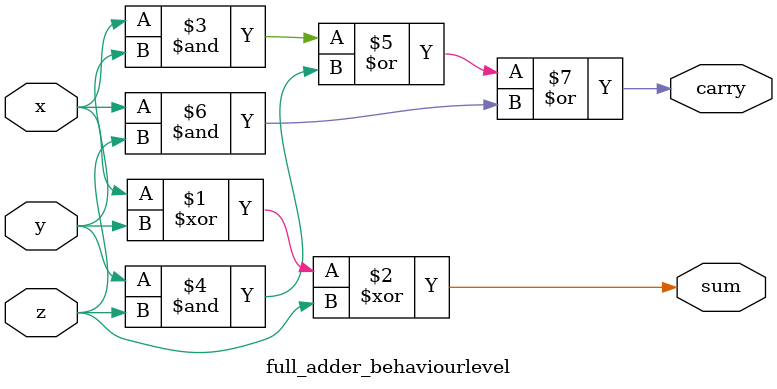
<source format=v>
module full_adder_behaviourlevel(input x,y,z, output sum,carry);

assign sum = x^y^z;
assign carry = (x&y) | (y&z) | (x&z);


endmodule
</source>
